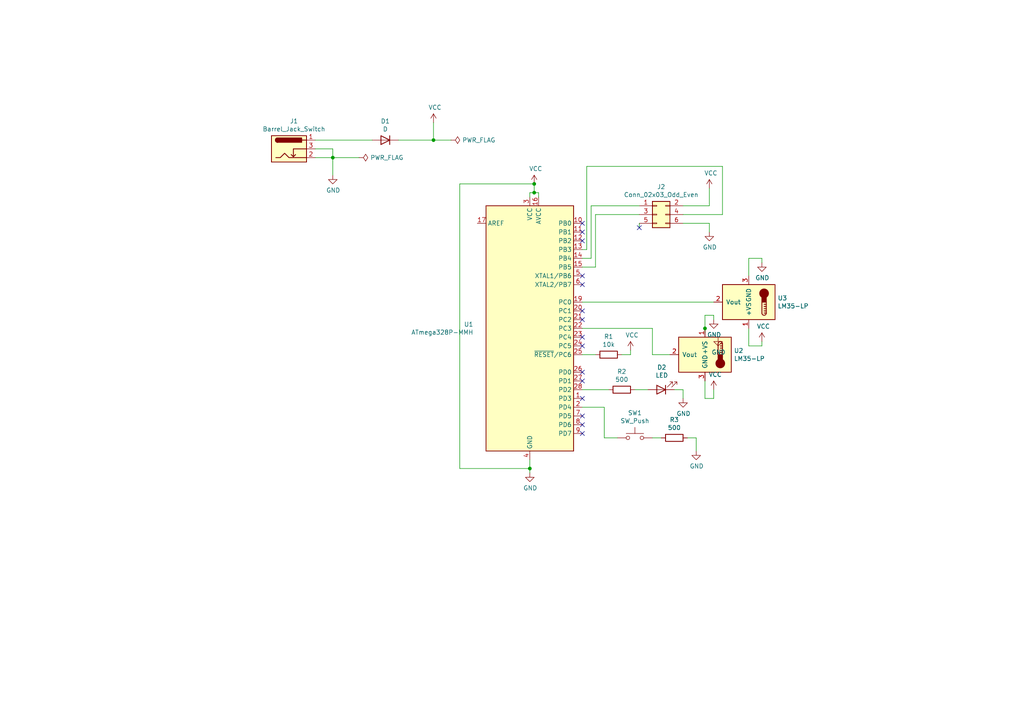
<source format=kicad_sch>
(kicad_sch (version 20211123) (generator eeschema)

  (uuid cbd8faed-e1f8-4406-87c8-58b2c504a5d4)

  (paper "A4")

  (lib_symbols
    (symbol "Connector:Barrel_Jack_Switch" (pin_names hide) (in_bom yes) (on_board yes)
      (property "Reference" "J" (id 0) (at 0 5.334 0)
        (effects (font (size 1.27 1.27)))
      )
      (property "Value" "Barrel_Jack_Switch" (id 1) (at 0 -5.08 0)
        (effects (font (size 1.27 1.27)))
      )
      (property "Footprint" "" (id 2) (at 1.27 -1.016 0)
        (effects (font (size 1.27 1.27)) hide)
      )
      (property "Datasheet" "~" (id 3) (at 1.27 -1.016 0)
        (effects (font (size 1.27 1.27)) hide)
      )
      (property "ki_keywords" "DC power barrel jack connector" (id 4) (at 0 0 0)
        (effects (font (size 1.27 1.27)) hide)
      )
      (property "ki_description" "DC Barrel Jack with an internal switch" (id 5) (at 0 0 0)
        (effects (font (size 1.27 1.27)) hide)
      )
      (property "ki_fp_filters" "BarrelJack*" (id 6) (at 0 0 0)
        (effects (font (size 1.27 1.27)) hide)
      )
      (symbol "Barrel_Jack_Switch_0_1"
        (rectangle (start -5.08 3.81) (end 5.08 -3.81)
          (stroke (width 0.254) (type default) (color 0 0 0 0))
          (fill (type background))
        )
        (arc (start -3.302 3.175) (mid -3.937 2.54) (end -3.302 1.905)
          (stroke (width 0.254) (type default) (color 0 0 0 0))
          (fill (type none))
        )
        (arc (start -3.302 3.175) (mid -3.937 2.54) (end -3.302 1.905)
          (stroke (width 0.254) (type default) (color 0 0 0 0))
          (fill (type outline))
        )
        (polyline
          (pts
            (xy 1.27 -2.286)
            (xy 1.905 -1.651)
          )
          (stroke (width 0.254) (type default) (color 0 0 0 0))
          (fill (type none))
        )
        (polyline
          (pts
            (xy 5.08 2.54)
            (xy 3.81 2.54)
          )
          (stroke (width 0.254) (type default) (color 0 0 0 0))
          (fill (type none))
        )
        (polyline
          (pts
            (xy 5.08 0)
            (xy 1.27 0)
            (xy 1.27 -2.286)
            (xy 0.635 -1.651)
          )
          (stroke (width 0.254) (type default) (color 0 0 0 0))
          (fill (type none))
        )
        (polyline
          (pts
            (xy -3.81 -2.54)
            (xy -2.54 -2.54)
            (xy -1.27 -1.27)
            (xy 0 -2.54)
            (xy 2.54 -2.54)
            (xy 5.08 -2.54)
          )
          (stroke (width 0.254) (type default) (color 0 0 0 0))
          (fill (type none))
        )
        (rectangle (start 3.683 3.175) (end -3.302 1.905)
          (stroke (width 0.254) (type default) (color 0 0 0 0))
          (fill (type outline))
        )
      )
      (symbol "Barrel_Jack_Switch_1_1"
        (pin passive line (at 7.62 2.54 180) (length 2.54)
          (name "~" (effects (font (size 1.27 1.27))))
          (number "1" (effects (font (size 1.27 1.27))))
        )
        (pin passive line (at 7.62 -2.54 180) (length 2.54)
          (name "~" (effects (font (size 1.27 1.27))))
          (number "2" (effects (font (size 1.27 1.27))))
        )
        (pin passive line (at 7.62 0 180) (length 2.54)
          (name "~" (effects (font (size 1.27 1.27))))
          (number "3" (effects (font (size 1.27 1.27))))
        )
      )
    )
    (symbol "Connector_Generic:Conn_02x03_Odd_Even" (pin_names (offset 1.016) hide) (in_bom yes) (on_board yes)
      (property "Reference" "J" (id 0) (at 1.27 5.08 0)
        (effects (font (size 1.27 1.27)))
      )
      (property "Value" "Conn_02x03_Odd_Even" (id 1) (at 1.27 -5.08 0)
        (effects (font (size 1.27 1.27)))
      )
      (property "Footprint" "" (id 2) (at 0 0 0)
        (effects (font (size 1.27 1.27)) hide)
      )
      (property "Datasheet" "~" (id 3) (at 0 0 0)
        (effects (font (size 1.27 1.27)) hide)
      )
      (property "ki_keywords" "connector" (id 4) (at 0 0 0)
        (effects (font (size 1.27 1.27)) hide)
      )
      (property "ki_description" "Generic connector, double row, 02x03, odd/even pin numbering scheme (row 1 odd numbers, row 2 even numbers), script generated (kicad-library-utils/schlib/autogen/connector/)" (id 5) (at 0 0 0)
        (effects (font (size 1.27 1.27)) hide)
      )
      (property "ki_fp_filters" "Connector*:*_2x??_*" (id 6) (at 0 0 0)
        (effects (font (size 1.27 1.27)) hide)
      )
      (symbol "Conn_02x03_Odd_Even_1_1"
        (rectangle (start -1.27 -2.413) (end 0 -2.667)
          (stroke (width 0.1524) (type default) (color 0 0 0 0))
          (fill (type none))
        )
        (rectangle (start -1.27 0.127) (end 0 -0.127)
          (stroke (width 0.1524) (type default) (color 0 0 0 0))
          (fill (type none))
        )
        (rectangle (start -1.27 2.667) (end 0 2.413)
          (stroke (width 0.1524) (type default) (color 0 0 0 0))
          (fill (type none))
        )
        (rectangle (start -1.27 3.81) (end 3.81 -3.81)
          (stroke (width 0.254) (type default) (color 0 0 0 0))
          (fill (type background))
        )
        (rectangle (start 3.81 -2.413) (end 2.54 -2.667)
          (stroke (width 0.1524) (type default) (color 0 0 0 0))
          (fill (type none))
        )
        (rectangle (start 3.81 0.127) (end 2.54 -0.127)
          (stroke (width 0.1524) (type default) (color 0 0 0 0))
          (fill (type none))
        )
        (rectangle (start 3.81 2.667) (end 2.54 2.413)
          (stroke (width 0.1524) (type default) (color 0 0 0 0))
          (fill (type none))
        )
        (pin passive line (at -5.08 2.54 0) (length 3.81)
          (name "Pin_1" (effects (font (size 1.27 1.27))))
          (number "1" (effects (font (size 1.27 1.27))))
        )
        (pin passive line (at 7.62 2.54 180) (length 3.81)
          (name "Pin_2" (effects (font (size 1.27 1.27))))
          (number "2" (effects (font (size 1.27 1.27))))
        )
        (pin passive line (at -5.08 0 0) (length 3.81)
          (name "Pin_3" (effects (font (size 1.27 1.27))))
          (number "3" (effects (font (size 1.27 1.27))))
        )
        (pin passive line (at 7.62 0 180) (length 3.81)
          (name "Pin_4" (effects (font (size 1.27 1.27))))
          (number "4" (effects (font (size 1.27 1.27))))
        )
        (pin passive line (at -5.08 -2.54 0) (length 3.81)
          (name "Pin_5" (effects (font (size 1.27 1.27))))
          (number "5" (effects (font (size 1.27 1.27))))
        )
        (pin passive line (at 7.62 -2.54 180) (length 3.81)
          (name "Pin_6" (effects (font (size 1.27 1.27))))
          (number "6" (effects (font (size 1.27 1.27))))
        )
      )
    )
    (symbol "Device:D" (pin_numbers hide) (pin_names (offset 1.016) hide) (in_bom yes) (on_board yes)
      (property "Reference" "D" (id 0) (at 0 2.54 0)
        (effects (font (size 1.27 1.27)))
      )
      (property "Value" "D" (id 1) (at 0 -2.54 0)
        (effects (font (size 1.27 1.27)))
      )
      (property "Footprint" "" (id 2) (at 0 0 0)
        (effects (font (size 1.27 1.27)) hide)
      )
      (property "Datasheet" "~" (id 3) (at 0 0 0)
        (effects (font (size 1.27 1.27)) hide)
      )
      (property "ki_keywords" "diode" (id 4) (at 0 0 0)
        (effects (font (size 1.27 1.27)) hide)
      )
      (property "ki_description" "Diode" (id 5) (at 0 0 0)
        (effects (font (size 1.27 1.27)) hide)
      )
      (property "ki_fp_filters" "TO-???* *_Diode_* *SingleDiode* D_*" (id 6) (at 0 0 0)
        (effects (font (size 1.27 1.27)) hide)
      )
      (symbol "D_0_1"
        (polyline
          (pts
            (xy -1.27 1.27)
            (xy -1.27 -1.27)
          )
          (stroke (width 0.254) (type default) (color 0 0 0 0))
          (fill (type none))
        )
        (polyline
          (pts
            (xy 1.27 0)
            (xy -1.27 0)
          )
          (stroke (width 0) (type default) (color 0 0 0 0))
          (fill (type none))
        )
        (polyline
          (pts
            (xy 1.27 1.27)
            (xy 1.27 -1.27)
            (xy -1.27 0)
            (xy 1.27 1.27)
          )
          (stroke (width 0.254) (type default) (color 0 0 0 0))
          (fill (type none))
        )
      )
      (symbol "D_1_1"
        (pin passive line (at -3.81 0 0) (length 2.54)
          (name "K" (effects (font (size 1.27 1.27))))
          (number "1" (effects (font (size 1.27 1.27))))
        )
        (pin passive line (at 3.81 0 180) (length 2.54)
          (name "A" (effects (font (size 1.27 1.27))))
          (number "2" (effects (font (size 1.27 1.27))))
        )
      )
    )
    (symbol "Device:LED" (pin_numbers hide) (pin_names (offset 1.016) hide) (in_bom yes) (on_board yes)
      (property "Reference" "D" (id 0) (at 0 2.54 0)
        (effects (font (size 1.27 1.27)))
      )
      (property "Value" "LED" (id 1) (at 0 -2.54 0)
        (effects (font (size 1.27 1.27)))
      )
      (property "Footprint" "" (id 2) (at 0 0 0)
        (effects (font (size 1.27 1.27)) hide)
      )
      (property "Datasheet" "~" (id 3) (at 0 0 0)
        (effects (font (size 1.27 1.27)) hide)
      )
      (property "ki_keywords" "LED diode" (id 4) (at 0 0 0)
        (effects (font (size 1.27 1.27)) hide)
      )
      (property "ki_description" "Light emitting diode" (id 5) (at 0 0 0)
        (effects (font (size 1.27 1.27)) hide)
      )
      (property "ki_fp_filters" "LED* LED_SMD:* LED_THT:*" (id 6) (at 0 0 0)
        (effects (font (size 1.27 1.27)) hide)
      )
      (symbol "LED_0_1"
        (polyline
          (pts
            (xy -1.27 -1.27)
            (xy -1.27 1.27)
          )
          (stroke (width 0.254) (type default) (color 0 0 0 0))
          (fill (type none))
        )
        (polyline
          (pts
            (xy -1.27 0)
            (xy 1.27 0)
          )
          (stroke (width 0) (type default) (color 0 0 0 0))
          (fill (type none))
        )
        (polyline
          (pts
            (xy 1.27 -1.27)
            (xy 1.27 1.27)
            (xy -1.27 0)
            (xy 1.27 -1.27)
          )
          (stroke (width 0.254) (type default) (color 0 0 0 0))
          (fill (type none))
        )
        (polyline
          (pts
            (xy -3.048 -0.762)
            (xy -4.572 -2.286)
            (xy -3.81 -2.286)
            (xy -4.572 -2.286)
            (xy -4.572 -1.524)
          )
          (stroke (width 0) (type default) (color 0 0 0 0))
          (fill (type none))
        )
        (polyline
          (pts
            (xy -1.778 -0.762)
            (xy -3.302 -2.286)
            (xy -2.54 -2.286)
            (xy -3.302 -2.286)
            (xy -3.302 -1.524)
          )
          (stroke (width 0) (type default) (color 0 0 0 0))
          (fill (type none))
        )
      )
      (symbol "LED_1_1"
        (pin passive line (at -3.81 0 0) (length 2.54)
          (name "K" (effects (font (size 1.27 1.27))))
          (number "1" (effects (font (size 1.27 1.27))))
        )
        (pin passive line (at 3.81 0 180) (length 2.54)
          (name "A" (effects (font (size 1.27 1.27))))
          (number "2" (effects (font (size 1.27 1.27))))
        )
      )
    )
    (symbol "Device:R" (pin_numbers hide) (pin_names (offset 0)) (in_bom yes) (on_board yes)
      (property "Reference" "R" (id 0) (at 2.032 0 90)
        (effects (font (size 1.27 1.27)))
      )
      (property "Value" "R" (id 1) (at 0 0 90)
        (effects (font (size 1.27 1.27)))
      )
      (property "Footprint" "" (id 2) (at -1.778 0 90)
        (effects (font (size 1.27 1.27)) hide)
      )
      (property "Datasheet" "~" (id 3) (at 0 0 0)
        (effects (font (size 1.27 1.27)) hide)
      )
      (property "ki_keywords" "R res resistor" (id 4) (at 0 0 0)
        (effects (font (size 1.27 1.27)) hide)
      )
      (property "ki_description" "Resistor" (id 5) (at 0 0 0)
        (effects (font (size 1.27 1.27)) hide)
      )
      (property "ki_fp_filters" "R_*" (id 6) (at 0 0 0)
        (effects (font (size 1.27 1.27)) hide)
      )
      (symbol "R_0_1"
        (rectangle (start -1.016 -2.54) (end 1.016 2.54)
          (stroke (width 0.254) (type default) (color 0 0 0 0))
          (fill (type none))
        )
      )
      (symbol "R_1_1"
        (pin passive line (at 0 3.81 270) (length 1.27)
          (name "~" (effects (font (size 1.27 1.27))))
          (number "1" (effects (font (size 1.27 1.27))))
        )
        (pin passive line (at 0 -3.81 90) (length 1.27)
          (name "~" (effects (font (size 1.27 1.27))))
          (number "2" (effects (font (size 1.27 1.27))))
        )
      )
    )
    (symbol "MCU_Microchip_ATmega:ATmega328P-MMH" (in_bom yes) (on_board yes)
      (property "Reference" "U" (id 0) (at -12.7 36.83 0)
        (effects (font (size 1.27 1.27)) (justify left bottom))
      )
      (property "Value" "MCU_Microchip_ATmega_ATmega328P-MMH" (id 1) (at 2.54 -36.83 0)
        (effects (font (size 1.27 1.27)) (justify left top))
      )
      (property "Footprint" "Package_DFN_QFN:QFN-28-1EP_4x4mm_P0.45mm_EP2.4x2.4mm" (id 2) (at 0 0 0)
        (effects (font (size 1.27 1.27) italic) hide)
      )
      (property "Datasheet" "" (id 3) (at 0 0 0)
        (effects (font (size 1.27 1.27)) hide)
      )
      (property "ki_fp_filters" "QFN*1EP*4x4mm*P0.45mm*" (id 4) (at 0 0 0)
        (effects (font (size 1.27 1.27)) hide)
      )
      (symbol "ATmega328P-MMH_0_1"
        (rectangle (start -12.7 -35.56) (end 12.7 35.56)
          (stroke (width 0.254) (type default) (color 0 0 0 0))
          (fill (type background))
        )
      )
      (symbol "ATmega328P-MMH_1_1"
        (pin tri_state line (at 15.24 -20.32 180) (length 2.54)
          (name "PD3" (effects (font (size 1.27 1.27))))
          (number "1" (effects (font (size 1.27 1.27))))
        )
        (pin tri_state line (at 15.24 30.48 180) (length 2.54)
          (name "PB0" (effects (font (size 1.27 1.27))))
          (number "10" (effects (font (size 1.27 1.27))))
        )
        (pin tri_state line (at 15.24 27.94 180) (length 2.54)
          (name "PB1" (effects (font (size 1.27 1.27))))
          (number "11" (effects (font (size 1.27 1.27))))
        )
        (pin tri_state line (at 15.24 25.4 180) (length 2.54)
          (name "PB2" (effects (font (size 1.27 1.27))))
          (number "12" (effects (font (size 1.27 1.27))))
        )
        (pin tri_state line (at 15.24 22.86 180) (length 2.54)
          (name "PB3" (effects (font (size 1.27 1.27))))
          (number "13" (effects (font (size 1.27 1.27))))
        )
        (pin tri_state line (at 15.24 20.32 180) (length 2.54)
          (name "PB4" (effects (font (size 1.27 1.27))))
          (number "14" (effects (font (size 1.27 1.27))))
        )
        (pin tri_state line (at 15.24 17.78 180) (length 2.54)
          (name "PB5" (effects (font (size 1.27 1.27))))
          (number "15" (effects (font (size 1.27 1.27))))
        )
        (pin power_in line (at 2.54 38.1 270) (length 2.54)
          (name "AVCC" (effects (font (size 1.27 1.27))))
          (number "16" (effects (font (size 1.27 1.27))))
        )
        (pin passive line (at -15.24 30.48 0) (length 2.54)
          (name "AREF" (effects (font (size 1.27 1.27))))
          (number "17" (effects (font (size 1.27 1.27))))
        )
        (pin passive line (at 0 -38.1 90) (length 2.54) hide
          (name "GND" (effects (font (size 1.27 1.27))))
          (number "18" (effects (font (size 1.27 1.27))))
        )
        (pin tri_state line (at 15.24 7.62 180) (length 2.54)
          (name "PC0" (effects (font (size 1.27 1.27))))
          (number "19" (effects (font (size 1.27 1.27))))
        )
        (pin tri_state line (at 15.24 -22.86 180) (length 2.54)
          (name "PD4" (effects (font (size 1.27 1.27))))
          (number "2" (effects (font (size 1.27 1.27))))
        )
        (pin tri_state line (at 15.24 5.08 180) (length 2.54)
          (name "PC1" (effects (font (size 1.27 1.27))))
          (number "20" (effects (font (size 1.27 1.27))))
        )
        (pin tri_state line (at 15.24 2.54 180) (length 2.54)
          (name "PC2" (effects (font (size 1.27 1.27))))
          (number "21" (effects (font (size 1.27 1.27))))
        )
        (pin tri_state line (at 15.24 0 180) (length 2.54)
          (name "PC3" (effects (font (size 1.27 1.27))))
          (number "22" (effects (font (size 1.27 1.27))))
        )
        (pin tri_state line (at 15.24 -2.54 180) (length 2.54)
          (name "PC4" (effects (font (size 1.27 1.27))))
          (number "23" (effects (font (size 1.27 1.27))))
        )
        (pin tri_state line (at 15.24 -5.08 180) (length 2.54)
          (name "PC5" (effects (font (size 1.27 1.27))))
          (number "24" (effects (font (size 1.27 1.27))))
        )
        (pin tri_state line (at 15.24 -7.62 180) (length 2.54)
          (name "~{RESET}/PC6" (effects (font (size 1.27 1.27))))
          (number "25" (effects (font (size 1.27 1.27))))
        )
        (pin tri_state line (at 15.24 -12.7 180) (length 2.54)
          (name "PD0" (effects (font (size 1.27 1.27))))
          (number "26" (effects (font (size 1.27 1.27))))
        )
        (pin tri_state line (at 15.24 -15.24 180) (length 2.54)
          (name "PD1" (effects (font (size 1.27 1.27))))
          (number "27" (effects (font (size 1.27 1.27))))
        )
        (pin tri_state line (at 15.24 -17.78 180) (length 2.54)
          (name "PD2" (effects (font (size 1.27 1.27))))
          (number "28" (effects (font (size 1.27 1.27))))
        )
        (pin passive line (at 0 -38.1 90) (length 2.54) hide
          (name "GND" (effects (font (size 1.27 1.27))))
          (number "29" (effects (font (size 1.27 1.27))))
        )
        (pin power_in line (at 0 38.1 270) (length 2.54)
          (name "VCC" (effects (font (size 1.27 1.27))))
          (number "3" (effects (font (size 1.27 1.27))))
        )
        (pin power_in line (at 0 -38.1 90) (length 2.54)
          (name "GND" (effects (font (size 1.27 1.27))))
          (number "4" (effects (font (size 1.27 1.27))))
        )
        (pin tri_state line (at 15.24 15.24 180) (length 2.54)
          (name "XTAL1/PB6" (effects (font (size 1.27 1.27))))
          (number "5" (effects (font (size 1.27 1.27))))
        )
        (pin tri_state line (at 15.24 12.7 180) (length 2.54)
          (name "XTAL2/PB7" (effects (font (size 1.27 1.27))))
          (number "6" (effects (font (size 1.27 1.27))))
        )
        (pin tri_state line (at 15.24 -25.4 180) (length 2.54)
          (name "PD5" (effects (font (size 1.27 1.27))))
          (number "7" (effects (font (size 1.27 1.27))))
        )
        (pin tri_state line (at 15.24 -27.94 180) (length 2.54)
          (name "PD6" (effects (font (size 1.27 1.27))))
          (number "8" (effects (font (size 1.27 1.27))))
        )
        (pin tri_state line (at 15.24 -30.48 180) (length 2.54)
          (name "PD7" (effects (font (size 1.27 1.27))))
          (number "9" (effects (font (size 1.27 1.27))))
        )
      )
    )
    (symbol "Sensor_Temperature:LM35-LP" (pin_names (offset 1.016)) (in_bom yes) (on_board yes)
      (property "Reference" "U" (id 0) (at -6.35 6.35 0)
        (effects (font (size 1.27 1.27)))
      )
      (property "Value" "LM35-LP" (id 1) (at 1.27 6.35 0)
        (effects (font (size 1.27 1.27)) (justify left))
      )
      (property "Footprint" "" (id 2) (at 1.27 -6.35 0)
        (effects (font (size 1.27 1.27)) (justify left) hide)
      )
      (property "Datasheet" "http://www.ti.com/lit/ds/symlink/lm35.pdf" (id 3) (at 0 0 0)
        (effects (font (size 1.27 1.27)) hide)
      )
      (property "ki_keywords" "temperature sensor thermistor" (id 4) (at 0 0 0)
        (effects (font (size 1.27 1.27)) hide)
      )
      (property "ki_description" "Precision centigrade temperature sensor, TO-92" (id 5) (at 0 0 0)
        (effects (font (size 1.27 1.27)) hide)
      )
      (property "ki_fp_filters" "TO?92*" (id 6) (at 0 0 0)
        (effects (font (size 1.27 1.27)) hide)
      )
      (symbol "LM35-LP_0_1"
        (rectangle (start -7.62 5.08) (end 7.62 -5.08)
          (stroke (width 0.254) (type default) (color 0 0 0 0))
          (fill (type background))
        )
        (circle (center -4.445 -2.54) (radius 1.27)
          (stroke (width 0.254) (type default) (color 0 0 0 0))
          (fill (type outline))
        )
        (rectangle (start -3.81 -1.905) (end -5.08 0)
          (stroke (width 0.254) (type default) (color 0 0 0 0))
          (fill (type outline))
        )
        (arc (start -3.81 3.175) (mid -4.445 3.81) (end -5.08 3.175)
          (stroke (width 0.254) (type default) (color 0 0 0 0))
          (fill (type none))
        )
        (polyline
          (pts
            (xy -5.08 0.635)
            (xy -4.445 0.635)
          )
          (stroke (width 0.254) (type default) (color 0 0 0 0))
          (fill (type none))
        )
        (polyline
          (pts
            (xy -5.08 1.27)
            (xy -4.445 1.27)
          )
          (stroke (width 0.254) (type default) (color 0 0 0 0))
          (fill (type none))
        )
        (polyline
          (pts
            (xy -5.08 1.905)
            (xy -4.445 1.905)
          )
          (stroke (width 0.254) (type default) (color 0 0 0 0))
          (fill (type none))
        )
        (polyline
          (pts
            (xy -5.08 2.54)
            (xy -4.445 2.54)
          )
          (stroke (width 0.254) (type default) (color 0 0 0 0))
          (fill (type none))
        )
        (polyline
          (pts
            (xy -5.08 3.175)
            (xy -5.08 0)
          )
          (stroke (width 0.254) (type default) (color 0 0 0 0))
          (fill (type none))
        )
        (polyline
          (pts
            (xy -5.08 3.175)
            (xy -4.445 3.175)
          )
          (stroke (width 0.254) (type default) (color 0 0 0 0))
          (fill (type none))
        )
        (polyline
          (pts
            (xy -3.81 3.175)
            (xy -3.81 0)
          )
          (stroke (width 0.254) (type default) (color 0 0 0 0))
          (fill (type none))
        )
      )
      (symbol "LM35-LP_1_1"
        (pin power_in line (at 0 7.62 270) (length 2.54)
          (name "+VS" (effects (font (size 1.27 1.27))))
          (number "1" (effects (font (size 1.27 1.27))))
        )
        (pin output line (at 10.16 0 180) (length 2.54)
          (name "Vout" (effects (font (size 1.27 1.27))))
          (number "2" (effects (font (size 1.27 1.27))))
        )
        (pin power_in line (at 0 -7.62 90) (length 2.54)
          (name "GND" (effects (font (size 1.27 1.27))))
          (number "3" (effects (font (size 1.27 1.27))))
        )
      )
    )
    (symbol "Switch:SW_Push" (pin_numbers hide) (pin_names (offset 1.016) hide) (in_bom yes) (on_board yes)
      (property "Reference" "SW" (id 0) (at 1.27 2.54 0)
        (effects (font (size 1.27 1.27)) (justify left))
      )
      (property "Value" "SW_Push" (id 1) (at 0 -1.524 0)
        (effects (font (size 1.27 1.27)))
      )
      (property "Footprint" "" (id 2) (at 0 5.08 0)
        (effects (font (size 1.27 1.27)) hide)
      )
      (property "Datasheet" "~" (id 3) (at 0 5.08 0)
        (effects (font (size 1.27 1.27)) hide)
      )
      (property "ki_keywords" "switch normally-open pushbutton push-button" (id 4) (at 0 0 0)
        (effects (font (size 1.27 1.27)) hide)
      )
      (property "ki_description" "Push button switch, generic, two pins" (id 5) (at 0 0 0)
        (effects (font (size 1.27 1.27)) hide)
      )
      (symbol "SW_Push_0_1"
        (circle (center -2.032 0) (radius 0.508)
          (stroke (width 0) (type default) (color 0 0 0 0))
          (fill (type none))
        )
        (polyline
          (pts
            (xy 0 1.27)
            (xy 0 3.048)
          )
          (stroke (width 0) (type default) (color 0 0 0 0))
          (fill (type none))
        )
        (polyline
          (pts
            (xy 2.54 1.27)
            (xy -2.54 1.27)
          )
          (stroke (width 0) (type default) (color 0 0 0 0))
          (fill (type none))
        )
        (circle (center 2.032 0) (radius 0.508)
          (stroke (width 0) (type default) (color 0 0 0 0))
          (fill (type none))
        )
        (pin passive line (at -5.08 0 0) (length 2.54)
          (name "1" (effects (font (size 1.27 1.27))))
          (number "1" (effects (font (size 1.27 1.27))))
        )
        (pin passive line (at 5.08 0 180) (length 2.54)
          (name "2" (effects (font (size 1.27 1.27))))
          (number "2" (effects (font (size 1.27 1.27))))
        )
      )
    )
    (symbol "power:GND" (power) (pin_names (offset 0)) (in_bom yes) (on_board yes)
      (property "Reference" "#PWR" (id 0) (at 0 -6.35 0)
        (effects (font (size 1.27 1.27)) hide)
      )
      (property "Value" "GND" (id 1) (at 0 -3.81 0)
        (effects (font (size 1.27 1.27)))
      )
      (property "Footprint" "" (id 2) (at 0 0 0)
        (effects (font (size 1.27 1.27)) hide)
      )
      (property "Datasheet" "" (id 3) (at 0 0 0)
        (effects (font (size 1.27 1.27)) hide)
      )
      (property "ki_keywords" "power-flag" (id 4) (at 0 0 0)
        (effects (font (size 1.27 1.27)) hide)
      )
      (property "ki_description" "Power symbol creates a global label with name \"GND\" , ground" (id 5) (at 0 0 0)
        (effects (font (size 1.27 1.27)) hide)
      )
      (symbol "GND_0_1"
        (polyline
          (pts
            (xy 0 0)
            (xy 0 -1.27)
            (xy 1.27 -1.27)
            (xy 0 -2.54)
            (xy -1.27 -1.27)
            (xy 0 -1.27)
          )
          (stroke (width 0) (type default) (color 0 0 0 0))
          (fill (type none))
        )
      )
      (symbol "GND_1_1"
        (pin power_in line (at 0 0 270) (length 0) hide
          (name "GND" (effects (font (size 1.27 1.27))))
          (number "1" (effects (font (size 1.27 1.27))))
        )
      )
    )
    (symbol "power:PWR_FLAG" (power) (pin_numbers hide) (pin_names (offset 0) hide) (in_bom yes) (on_board yes)
      (property "Reference" "#FLG" (id 0) (at 0 1.905 0)
        (effects (font (size 1.27 1.27)) hide)
      )
      (property "Value" "PWR_FLAG" (id 1) (at 0 3.81 0)
        (effects (font (size 1.27 1.27)))
      )
      (property "Footprint" "" (id 2) (at 0 0 0)
        (effects (font (size 1.27 1.27)) hide)
      )
      (property "Datasheet" "~" (id 3) (at 0 0 0)
        (effects (font (size 1.27 1.27)) hide)
      )
      (property "ki_keywords" "power-flag" (id 4) (at 0 0 0)
        (effects (font (size 1.27 1.27)) hide)
      )
      (property "ki_description" "Special symbol for telling ERC where power comes from" (id 5) (at 0 0 0)
        (effects (font (size 1.27 1.27)) hide)
      )
      (symbol "PWR_FLAG_0_0"
        (pin power_out line (at 0 0 90) (length 0)
          (name "pwr" (effects (font (size 1.27 1.27))))
          (number "1" (effects (font (size 1.27 1.27))))
        )
      )
      (symbol "PWR_FLAG_0_1"
        (polyline
          (pts
            (xy 0 0)
            (xy 0 1.27)
            (xy -1.016 1.905)
            (xy 0 2.54)
            (xy 1.016 1.905)
            (xy 0 1.27)
          )
          (stroke (width 0) (type default) (color 0 0 0 0))
          (fill (type none))
        )
      )
    )
    (symbol "power:VCC" (power) (pin_names (offset 0)) (in_bom yes) (on_board yes)
      (property "Reference" "#PWR" (id 0) (at 0 -3.81 0)
        (effects (font (size 1.27 1.27)) hide)
      )
      (property "Value" "VCC" (id 1) (at 0 3.81 0)
        (effects (font (size 1.27 1.27)))
      )
      (property "Footprint" "" (id 2) (at 0 0 0)
        (effects (font (size 1.27 1.27)) hide)
      )
      (property "Datasheet" "" (id 3) (at 0 0 0)
        (effects (font (size 1.27 1.27)) hide)
      )
      (property "ki_keywords" "power-flag" (id 4) (at 0 0 0)
        (effects (font (size 1.27 1.27)) hide)
      )
      (property "ki_description" "Power symbol creates a global label with name \"VCC\"" (id 5) (at 0 0 0)
        (effects (font (size 1.27 1.27)) hide)
      )
      (symbol "VCC_0_1"
        (polyline
          (pts
            (xy -0.762 1.27)
            (xy 0 2.54)
          )
          (stroke (width 0) (type default) (color 0 0 0 0))
          (fill (type none))
        )
        (polyline
          (pts
            (xy 0 0)
            (xy 0 2.54)
          )
          (stroke (width 0) (type default) (color 0 0 0 0))
          (fill (type none))
        )
        (polyline
          (pts
            (xy 0 2.54)
            (xy 0.762 1.27)
          )
          (stroke (width 0) (type default) (color 0 0 0 0))
          (fill (type none))
        )
      )
      (symbol "VCC_1_1"
        (pin power_in line (at 0 0 90) (length 0) hide
          (name "VCC" (effects (font (size 1.27 1.27))))
          (number "1" (effects (font (size 1.27 1.27))))
        )
      )
    )
  )

  (junction (at 96.52 45.72) (diameter 0) (color 0 0 0 0)
    (uuid 60dcd1fe-7079-4cb8-b509-04558ccf5097)
  )
  (junction (at 154.94 53.34) (diameter 0) (color 0 0 0 0)
    (uuid 639c0e59-e95c-4114-bccd-2e7277505454)
  )
  (junction (at 125.73 40.64) (diameter 0) (color 0 0 0 0)
    (uuid 6d26d68f-1ca7-4ff3-b058-272f1c399047)
  )
  (junction (at 204.47 95.25) (diameter 0) (color 0 0 0 0)
    (uuid 9cb12cc8-7f1a-4a01-9256-c119f11a8a02)
  )
  (junction (at 154.94 55.88) (diameter 0) (color 0 0 0 0)
    (uuid a15a7506-eae4-4933-84da-9ad754258706)
  )
  (junction (at 153.67 135.89) (diameter 0) (color 0 0 0 0)
    (uuid b1c649b1-f44d-46c7-9dea-818e75a1b87e)
  )

  (no_connect (at 168.91 115.57) (uuid 22999e73-da32-43a5-9163-4b3a41614f25))
  (no_connect (at 168.91 82.55) (uuid 262f1ea9-0133-4b43-be36-456207ea857c))
  (no_connect (at 168.91 125.73) (uuid 40b14a16-fb82-4b9d-89dd-55cd98abb5cc))
  (no_connect (at 168.91 67.31) (uuid 576c6616-e95d-4f1e-8ead-dea30fcdc8c2))
  (no_connect (at 168.91 97.79) (uuid 5edcefbe-9766-42c8-9529-28d0ec865573))
  (no_connect (at 168.91 123.19) (uuid 658dad07-97fd-466c-8b49-21892ac96ea4))
  (no_connect (at 168.91 120.65) (uuid 6e68f0cd-800e-4167-9553-71fc59da1eeb))
  (no_connect (at 185.42 66.04) (uuid 6fd4442e-30b3-428b-9306-61418a63d311))
  (no_connect (at 168.91 92.71) (uuid 721d1be9-236e-470b-ba69-f1cc6c43faf9))
  (no_connect (at 168.91 64.77) (uuid 7b044939-8c4d-444f-b9e0-a15fcdeb5a86))
  (no_connect (at 168.91 107.95) (uuid 81a15393-727e-448b-a777-b18773023d89))
  (no_connect (at 168.91 69.85) (uuid 89e83c2e-e90a-4a50-b278-880bac0cfb49))
  (no_connect (at 168.91 110.49) (uuid a4f86a46-3bc8-4daa-9125-a63f297eb114))
  (no_connect (at 168.91 80.01) (uuid a5e521b9-814e-4853-a5ac-f158785c6269))
  (no_connect (at 168.91 90.17) (uuid c1c799a0-3c93-493a-9ad7-8a0561bc69ee))
  (no_connect (at 168.91 100.33) (uuid ec5c2062-3a41-4636-8803-069e60a1641a))

  (wire (pts (xy 172.72 77.47) (xy 168.91 77.47))
    (stroke (width 0) (type default) (color 0 0 0 0))
    (uuid 0325ec43-0390-4ae2-b055-b1ec6ce17b1c)
  )
  (wire (pts (xy 220.98 74.93) (xy 220.98 76.2))
    (stroke (width 0) (type default) (color 0 0 0 0))
    (uuid 0351df45-d042-41d4-ba35-88092c7be2fc)
  )
  (wire (pts (xy 185.42 62.23) (xy 172.72 62.23))
    (stroke (width 0) (type default) (color 0 0 0 0))
    (uuid 057af6bb-cf6f-4bfb-b0c0-2e92a2c09a47)
  )
  (wire (pts (xy 91.44 43.18) (xy 96.52 43.18))
    (stroke (width 0) (type default) (color 0 0 0 0))
    (uuid 0755aee5-bc01-4cb5-b830-583289df50a3)
  )
  (wire (pts (xy 198.12 64.77) (xy 205.74 64.77))
    (stroke (width 0) (type default) (color 0 0 0 0))
    (uuid 0ce8d3ab-2662-4158-8a2a-18b782908fc5)
  )
  (wire (pts (xy 185.42 59.69) (xy 171.45 59.69))
    (stroke (width 0) (type default) (color 0 0 0 0))
    (uuid 173f6f06-e7d0-42ac-ab03-ce6b79b9eeee)
  )
  (wire (pts (xy 205.74 64.77) (xy 205.74 67.31))
    (stroke (width 0) (type default) (color 0 0 0 0))
    (uuid 29195ea4-8218-44a1-b4bf-466bee0082e4)
  )
  (wire (pts (xy 205.74 59.69) (xy 205.74 54.61))
    (stroke (width 0) (type default) (color 0 0 0 0))
    (uuid 29e058a7-50a3-43e5-81c3-bfee53da08be)
  )
  (wire (pts (xy 217.17 95.25) (xy 217.17 100.33))
    (stroke (width 0) (type default) (color 0 0 0 0))
    (uuid 2d67a417-188f-4014-9282-000265d80009)
  )
  (wire (pts (xy 209.55 62.23) (xy 198.12 62.23))
    (stroke (width 0) (type default) (color 0 0 0 0))
    (uuid 2e842263-c0ba-46fd-a760-6624d4c78278)
  )
  (wire (pts (xy 170.18 48.26) (xy 209.55 48.26))
    (stroke (width 0) (type default) (color 0 0 0 0))
    (uuid 309b3bff-19c8-41ec-a84d-63399c649f46)
  )
  (wire (pts (xy 198.12 59.69) (xy 205.74 59.69))
    (stroke (width 0) (type default) (color 0 0 0 0))
    (uuid 3fd54105-4b7e-4004-9801-76ec66108a22)
  )
  (wire (pts (xy 156.21 57.15) (xy 156.21 55.88))
    (stroke (width 0) (type default) (color 0 0 0 0))
    (uuid 40976bf0-19de-460f-ad64-224d4f51e16b)
  )
  (wire (pts (xy 171.45 59.69) (xy 171.45 74.93))
    (stroke (width 0) (type default) (color 0 0 0 0))
    (uuid 4632212f-13ce-4392-bc68-ccb9ba333770)
  )
  (wire (pts (xy 220.98 100.33) (xy 220.98 99.06))
    (stroke (width 0) (type default) (color 0 0 0 0))
    (uuid 477311b9-8f81-40c8-9c55-fd87e287247a)
  )
  (wire (pts (xy 96.52 43.18) (xy 96.52 45.72))
    (stroke (width 0) (type default) (color 0 0 0 0))
    (uuid 4a21e717-d46d-4d9e-8b98-af4ecb02d3ec)
  )
  (wire (pts (xy 204.47 115.57) (xy 207.01 115.57))
    (stroke (width 0) (type default) (color 0 0 0 0))
    (uuid 57c0c267-8bf9-4cc7-b734-d71a239ac313)
  )
  (wire (pts (xy 175.26 127) (xy 179.07 127))
    (stroke (width 0) (type default) (color 0 0 0 0))
    (uuid 5b34a16c-5a14-4291-8242-ea6d6ac54372)
  )
  (wire (pts (xy 204.47 91.44) (xy 207.01 91.44))
    (stroke (width 0) (type default) (color 0 0 0 0))
    (uuid 5bcace5d-edd0-4e19-92d0-835e43cf8eb2)
  )
  (wire (pts (xy 207.01 115.57) (xy 207.01 113.03))
    (stroke (width 0) (type default) (color 0 0 0 0))
    (uuid 5ca4be1c-537e-4a4a-b344-d0c8ffde8546)
  )
  (wire (pts (xy 198.12 113.03) (xy 198.12 115.57))
    (stroke (width 0) (type default) (color 0 0 0 0))
    (uuid 65134029-dbd2-409a-85a8-13c2a33ff019)
  )
  (wire (pts (xy 168.91 102.87) (xy 172.72 102.87))
    (stroke (width 0) (type default) (color 0 0 0 0))
    (uuid 6595b9c7-02ee-4647-bde5-6b566e35163e)
  )
  (wire (pts (xy 168.91 87.63) (xy 207.01 87.63))
    (stroke (width 0) (type default) (color 0 0 0 0))
    (uuid 676efd2f-1c48-4786-9e4b-2444f1e8f6ff)
  )
  (wire (pts (xy 168.91 118.11) (xy 175.26 118.11))
    (stroke (width 0) (type default) (color 0 0 0 0))
    (uuid 6781326c-6e0d-4753-8f28-0f5c687e01f9)
  )
  (wire (pts (xy 153.67 133.35) (xy 153.67 135.89))
    (stroke (width 0) (type default) (color 0 0 0 0))
    (uuid 68877d35-b796-44db-9124-b8e744e7412e)
  )
  (wire (pts (xy 204.47 91.44) (xy 204.47 95.25))
    (stroke (width 0) (type default) (color 0 0 0 0))
    (uuid 6ec113ca-7d27-4b14-a180-1e5e2fd1c167)
  )
  (wire (pts (xy 182.88 102.87) (xy 182.88 101.6))
    (stroke (width 0) (type default) (color 0 0 0 0))
    (uuid 770ad51a-7219-4633-b24a-bd20feb0a6c5)
  )
  (wire (pts (xy 204.47 95.25) (xy 204.47 96.52))
    (stroke (width 0) (type default) (color 0 0 0 0))
    (uuid 7cee474b-af8f-4832-b07a-c43c1ab0b464)
  )
  (wire (pts (xy 184.15 113.03) (xy 187.96 113.03))
    (stroke (width 0) (type default) (color 0 0 0 0))
    (uuid 8087f566-a94d-4bbc-985b-e49ee7762296)
  )
  (wire (pts (xy 189.23 127) (xy 191.77 127))
    (stroke (width 0) (type default) (color 0 0 0 0))
    (uuid 814763c2-92e5-4a2c-941c-9bbd073f6e87)
  )
  (wire (pts (xy 201.93 127) (xy 201.93 130.81))
    (stroke (width 0) (type default) (color 0 0 0 0))
    (uuid 82be7aae-5d06-4178-8c3e-98760c41b054)
  )
  (wire (pts (xy 217.17 100.33) (xy 220.98 100.33))
    (stroke (width 0) (type default) (color 0 0 0 0))
    (uuid 84e5506c-143e-495f-9aa4-d3a71622f213)
  )
  (wire (pts (xy 204.47 110.49) (xy 204.47 115.57))
    (stroke (width 0) (type default) (color 0 0 0 0))
    (uuid 853ee787-6e2c-4f32-bc75-6c17337dd3d5)
  )
  (wire (pts (xy 209.55 48.26) (xy 209.55 62.23))
    (stroke (width 0) (type default) (color 0 0 0 0))
    (uuid 8c0807a7-765b-4fa5-baaa-e09a2b610e6b)
  )
  (wire (pts (xy 153.67 57.15) (xy 153.67 55.88))
    (stroke (width 0) (type default) (color 0 0 0 0))
    (uuid 8c514922-ffe1-4e37-a260-e807409f2e0d)
  )
  (wire (pts (xy 185.42 66.04) (xy 185.42 64.77))
    (stroke (width 0) (type default) (color 0 0 0 0))
    (uuid 8d0c1d66-35ef-4a53-a28f-436a11b54f42)
  )
  (wire (pts (xy 217.17 80.01) (xy 217.17 74.93))
    (stroke (width 0) (type default) (color 0 0 0 0))
    (uuid 8d9a3ecc-539f-41da-8099-d37cea9c28e7)
  )
  (wire (pts (xy 125.73 40.64) (xy 130.81 40.64))
    (stroke (width 0) (type default) (color 0 0 0 0))
    (uuid 911bdcbe-493f-4e21-a506-7cbc636e2c17)
  )
  (wire (pts (xy 172.72 62.23) (xy 172.72 77.47))
    (stroke (width 0) (type default) (color 0 0 0 0))
    (uuid 935f462d-8b1e-4005-9f1e-17f537ab1756)
  )
  (wire (pts (xy 133.35 135.89) (xy 153.67 135.89))
    (stroke (width 0) (type default) (color 0 0 0 0))
    (uuid 965308c8-e014-459a-b9db-b8493a601c62)
  )
  (wire (pts (xy 195.58 113.03) (xy 198.12 113.03))
    (stroke (width 0) (type default) (color 0 0 0 0))
    (uuid 98c78427-acd5-4f90-9ad6-9f61c4809aec)
  )
  (wire (pts (xy 125.73 40.64) (xy 125.73 35.56))
    (stroke (width 0) (type default) (color 0 0 0 0))
    (uuid 9f8381e9-3077-4453-a480-a01ad9c1a940)
  )
  (wire (pts (xy 189.23 95.25) (xy 189.23 102.87))
    (stroke (width 0) (type default) (color 0 0 0 0))
    (uuid a17904b9-135e-4dae-ae20-401c7787de72)
  )
  (wire (pts (xy 91.44 40.64) (xy 107.95 40.64))
    (stroke (width 0) (type default) (color 0 0 0 0))
    (uuid a27eb049-c992-4f11-a026-1e6a8d9d0160)
  )
  (wire (pts (xy 180.34 102.87) (xy 182.88 102.87))
    (stroke (width 0) (type default) (color 0 0 0 0))
    (uuid b7199d9b-bebb-4100-9ad3-c2bd31e21d65)
  )
  (wire (pts (xy 115.57 40.64) (xy 125.73 40.64))
    (stroke (width 0) (type default) (color 0 0 0 0))
    (uuid b96fe6ac-3535-4455-ab88-ed77f5e46d6e)
  )
  (wire (pts (xy 207.01 91.44) (xy 207.01 92.71))
    (stroke (width 0) (type default) (color 0 0 0 0))
    (uuid bd065eaf-e495-4837-bdb3-129934de1fc7)
  )
  (wire (pts (xy 170.18 72.39) (xy 170.18 48.26))
    (stroke (width 0) (type default) (color 0 0 0 0))
    (uuid bd9595a1-04f3-4fda-8f1b-e65ad874edd3)
  )
  (wire (pts (xy 168.91 72.39) (xy 170.18 72.39))
    (stroke (width 0) (type default) (color 0 0 0 0))
    (uuid be645d0f-8568-47a0-a152-e3ddd33563eb)
  )
  (wire (pts (xy 133.35 53.34) (xy 154.94 53.34))
    (stroke (width 0) (type default) (color 0 0 0 0))
    (uuid c25a772d-af9c-4ebc-96f6-0966738c13a8)
  )
  (wire (pts (xy 96.52 45.72) (xy 96.52 50.8))
    (stroke (width 0) (type default) (color 0 0 0 0))
    (uuid c5eb1e4c-ce83-470e-8f32-e20ff1f886a3)
  )
  (wire (pts (xy 175.26 118.11) (xy 175.26 127))
    (stroke (width 0) (type default) (color 0 0 0 0))
    (uuid c701ee8e-1214-4781-a973-17bef7b6e3eb)
  )
  (wire (pts (xy 154.94 53.34) (xy 154.94 55.88))
    (stroke (width 0) (type default) (color 0 0 0 0))
    (uuid c8c79177-94d4-43e2-a654-f0a5554fbb68)
  )
  (wire (pts (xy 96.52 45.72) (xy 104.14 45.72))
    (stroke (width 0) (type default) (color 0 0 0 0))
    (uuid ca87f11b-5f48-4b57-8535-68d3ec2fe5a9)
  )
  (wire (pts (xy 171.45 74.93) (xy 168.91 74.93))
    (stroke (width 0) (type default) (color 0 0 0 0))
    (uuid cb16d05e-318b-4e51-867b-70d791d75bea)
  )
  (wire (pts (xy 133.35 53.34) (xy 133.35 135.89))
    (stroke (width 0) (type default) (color 0 0 0 0))
    (uuid cb614b23-9af3-4aec-bed8-c1374e001510)
  )
  (wire (pts (xy 168.91 95.25) (xy 189.23 95.25))
    (stroke (width 0) (type default) (color 0 0 0 0))
    (uuid cdfb07af-801b-44ba-8c30-d021a6ad3039)
  )
  (wire (pts (xy 154.94 55.88) (xy 156.21 55.88))
    (stroke (width 0) (type default) (color 0 0 0 0))
    (uuid d3c11c8f-a73d-4211-934b-a6da255728ad)
  )
  (wire (pts (xy 153.67 55.88) (xy 154.94 55.88))
    (stroke (width 0) (type default) (color 0 0 0 0))
    (uuid e21aa84b-970e-47cf-b64f-3b55ee0e1b51)
  )
  (wire (pts (xy 217.17 74.93) (xy 220.98 74.93))
    (stroke (width 0) (type default) (color 0 0 0 0))
    (uuid e472dac4-5b65-4920-b8b2-6065d140a69d)
  )
  (wire (pts (xy 199.39 127) (xy 201.93 127))
    (stroke (width 0) (type default) (color 0 0 0 0))
    (uuid e65b62be-e01b-4688-a999-1d1be370c4ae)
  )
  (wire (pts (xy 91.44 45.72) (xy 96.52 45.72))
    (stroke (width 0) (type default) (color 0 0 0 0))
    (uuid ec31c074-17b2-48e1-ab01-071acad3fa04)
  )
  (wire (pts (xy 168.91 113.03) (xy 176.53 113.03))
    (stroke (width 0) (type default) (color 0 0 0 0))
    (uuid ee41cb8e-512d-41d2-81e1-3c50fff32aeb)
  )
  (wire (pts (xy 189.23 102.87) (xy 194.31 102.87))
    (stroke (width 0) (type default) (color 0 0 0 0))
    (uuid f202141e-c20d-4cac-b016-06a44f2ecce8)
  )
  (wire (pts (xy 153.67 135.89) (xy 153.67 137.16))
    (stroke (width 0) (type default) (color 0 0 0 0))
    (uuid f3628265-0155-43e2-a467-c40ff783e265)
  )

  (symbol (lib_id "power:VCC") (at 154.94 53.34 0) (unit 1)
    (in_bom yes) (on_board yes)
    (uuid 00000000-0000-0000-0000-0000620a05e3)
    (property "Reference" "#PWR0101" (id 0) (at 154.94 57.15 0)
      (effects (font (size 1.27 1.27)) hide)
    )
    (property "Value" "VCC" (id 1) (at 155.3718 48.9458 0))
    (property "Footprint" "" (id 2) (at 154.94 53.34 0)
      (effects (font (size 1.27 1.27)) hide)
    )
    (property "Datasheet" "" (id 3) (at 154.94 53.34 0)
      (effects (font (size 1.27 1.27)) hide)
    )
    (pin "1" (uuid becf7fd5-db0a-4011-bf2c-af62757a7ad0))
  )

  (symbol (lib_id "power:GND") (at 153.67 137.16 0) (unit 1)
    (in_bom yes) (on_board yes)
    (uuid 00000000-0000-0000-0000-0000620a083c)
    (property "Reference" "#PWR0102" (id 0) (at 153.67 143.51 0)
      (effects (font (size 1.27 1.27)) hide)
    )
    (property "Value" "GND" (id 1) (at 153.797 141.5542 0))
    (property "Footprint" "" (id 2) (at 153.67 137.16 0)
      (effects (font (size 1.27 1.27)) hide)
    )
    (property "Datasheet" "" (id 3) (at 153.67 137.16 0)
      (effects (font (size 1.27 1.27)) hide)
    )
    (pin "1" (uuid 87710920-6820-4d91-9cbd-ca60a2a12ddb))
  )

  (symbol (lib_id "MCU_Microchip_ATmega:ATmega328P-MMH") (at 153.67 95.25 0) (unit 1)
    (in_bom yes) (on_board yes)
    (uuid 00000000-0000-0000-0000-0000620a0d6c)
    (property "Reference" "U1" (id 0) (at 137.3124 94.0816 0)
      (effects (font (size 1.27 1.27)) (justify right))
    )
    (property "Value" "ATmega328P-MMH" (id 1) (at 137.3124 96.393 0)
      (effects (font (size 1.27 1.27)) (justify right))
    )
    (property "Footprint" "Package_DFN_QFN:QFN-28-1EP_4x4mm_P0.45mm_EP2.4x2.4mm" (id 2) (at 153.67 95.25 0)
      (effects (font (size 1.27 1.27) italic) hide)
    )
    (property "Datasheet" "http://ww1.microchip.com/downloads/en/DeviceDoc/ATmega328_P%20AVR%20MCU%20with%20picoPower%20Technology%20Data%20Sheet%2040001984A.pdf" (id 3) (at 153.67 95.25 0)
      (effects (font (size 1.27 1.27)) hide)
    )
    (pin "1" (uuid 4a01f246-c8a0-48b7-8ade-7e5ea63d57ab))
    (pin "10" (uuid feb200c3-edd7-46de-aac9-a4eea2bcd5af))
    (pin "11" (uuid 7ba45c5b-8a20-4bb9-957b-a1d3049ea302))
    (pin "12" (uuid 2ca01c33-e841-4b2a-9b0d-ae7494e57d9e))
    (pin "13" (uuid 101c9541-312a-443a-8575-709412b36c04))
    (pin "14" (uuid a4f29c51-f059-4b37-a64b-e683dabbc22a))
    (pin "15" (uuid dff07a8d-7720-4d4c-883a-6b41a79d5450))
    (pin "16" (uuid a1c862af-5376-4455-b667-34037095e650))
    (pin "17" (uuid 8cb5c8f7-8f62-4fa7-83b5-34c4143840c5))
    (pin "18" (uuid 16d82530-61e1-4817-a075-0259e2cbf3e9))
    (pin "19" (uuid 1de2aee6-6f24-4a3c-89ab-0967397b053c))
    (pin "2" (uuid a370bc8f-5f78-41da-b276-7ef582f5a7d6))
    (pin "20" (uuid 7231eba6-8d1c-48d6-9a30-2d7d8718a3a7))
    (pin "21" (uuid 33cf20bd-72ee-4d80-9830-1b84a4024537))
    (pin "22" (uuid cb5c7de6-c027-4f9f-b47b-7f9cea14adb5))
    (pin "23" (uuid c3932873-9f13-4769-86d0-c0d609f8f063))
    (pin "24" (uuid b4872754-9a1a-429b-8560-9aee600ec26f))
    (pin "25" (uuid 8c9c2f71-2b7f-4070-8d97-a1f034d62ec9))
    (pin "26" (uuid a7989416-d678-4a1d-9b1e-9a2ef54994ed))
    (pin "27" (uuid f09551d9-20f7-47c0-8535-4192750f9009))
    (pin "28" (uuid 4411327a-d242-4a4e-b683-ede39e81bddf))
    (pin "29" (uuid 18fdc9cc-c511-49db-9ca7-48dfd7a7f6de))
    (pin "3" (uuid f641164c-7c0b-4f06-8ef6-7067d67bdc3a))
    (pin "4" (uuid 901a0782-677f-4e46-9f54-41947223e530))
    (pin "5" (uuid a9e673d4-66f7-4e01-9f0c-148c2fef6a34))
    (pin "6" (uuid 15656228-0176-4d42-865e-c3fdb32e59eb))
    (pin "7" (uuid 309ebee5-2360-490e-ae34-549c5eb6eee2))
    (pin "8" (uuid 121bb931-b090-46a1-94b4-8ebff5b2d57f))
    (pin "9" (uuid d82962e7-1463-4afb-8af3-fd241b9e6878))
  )

  (symbol (lib_id "Sensor_Temperature:LM35-LP") (at 204.47 102.87 0) (mirror y) (unit 1)
    (in_bom yes) (on_board yes)
    (uuid 00000000-0000-0000-0000-0000620a21db)
    (property "Reference" "U2" (id 0) (at 212.852 101.7016 0)
      (effects (font (size 1.27 1.27)) (justify right))
    )
    (property "Value" "LM35-LP" (id 1) (at 212.852 104.013 0)
      (effects (font (size 1.27 1.27)) (justify right))
    )
    (property "Footprint" "" (id 2) (at 203.2 109.22 0)
      (effects (font (size 1.27 1.27)) (justify left) hide)
    )
    (property "Datasheet" "http://www.ti.com/lit/ds/symlink/lm35.pdf" (id 3) (at 204.47 102.87 0)
      (effects (font (size 1.27 1.27)) hide)
    )
    (pin "1" (uuid 5d2d0459-8b89-4d2b-89b8-1fb7961ac675))
    (pin "2" (uuid 7beaa67f-5bab-4cb6-b2ba-013eecfd6230))
    (pin "3" (uuid b2482309-a766-4915-b345-44ef179418a8))
  )

  (symbol (lib_id "Sensor_Temperature:LM35-LP") (at 217.17 87.63 180) (unit 1)
    (in_bom yes) (on_board yes)
    (uuid 00000000-0000-0000-0000-0000620a251b)
    (property "Reference" "U3" (id 0) (at 225.552 86.4616 0)
      (effects (font (size 1.27 1.27)) (justify right))
    )
    (property "Value" "LM35-LP" (id 1) (at 225.552 88.773 0)
      (effects (font (size 1.27 1.27)) (justify right))
    )
    (property "Footprint" "" (id 2) (at 215.9 81.28 0)
      (effects (font (size 1.27 1.27)) (justify left) hide)
    )
    (property "Datasheet" "http://www.ti.com/lit/ds/symlink/lm35.pdf" (id 3) (at 217.17 87.63 0)
      (effects (font (size 1.27 1.27)) hide)
    )
    (pin "1" (uuid 63c79ca6-1b61-4c7d-ac5c-60e1c5b795ea))
    (pin "2" (uuid 9b56e101-86f8-4e1b-8239-49524bdca690))
    (pin "3" (uuid e8d14a85-0084-411d-bef7-45bfbabd1dff))
  )

  (symbol (lib_id "Device:R") (at 176.53 102.87 90) (unit 1)
    (in_bom yes) (on_board yes)
    (uuid 00000000-0000-0000-0000-0000620a33ea)
    (property "Reference" "R1" (id 0) (at 176.53 97.6122 90))
    (property "Value" "10k" (id 1) (at 176.53 99.9236 90))
    (property "Footprint" "" (id 2) (at 176.53 104.648 90)
      (effects (font (size 1.27 1.27)) hide)
    )
    (property "Datasheet" "~" (id 3) (at 176.53 102.87 0)
      (effects (font (size 1.27 1.27)) hide)
    )
    (pin "1" (uuid bd15ae3d-05c4-40b0-9f15-e63aa44698d7))
    (pin "2" (uuid fbc2305f-5a77-453a-b141-03bc40a041e7))
  )

  (symbol (lib_id "Device:LED") (at 191.77 113.03 180) (unit 1)
    (in_bom yes) (on_board yes)
    (uuid 00000000-0000-0000-0000-0000620a393c)
    (property "Reference" "D2" (id 0) (at 191.9478 106.553 0))
    (property "Value" "LED" (id 1) (at 191.9478 108.8644 0))
    (property "Footprint" "" (id 2) (at 191.77 113.03 0)
      (effects (font (size 1.27 1.27)) hide)
    )
    (property "Datasheet" "~" (id 3) (at 191.77 113.03 0)
      (effects (font (size 1.27 1.27)) hide)
    )
    (pin "1" (uuid f8f0caee-6022-4da0-b2b0-e572949823fa))
    (pin "2" (uuid 3cf3c4bc-1630-4074-b549-936ae1af73c2))
  )

  (symbol (lib_id "Connector:Barrel_Jack_Switch") (at 83.82 43.18 0) (unit 1)
    (in_bom yes) (on_board yes)
    (uuid 00000000-0000-0000-0000-0000620a40e2)
    (property "Reference" "J1" (id 0) (at 85.2678 35.1282 0))
    (property "Value" "Barrel_Jack_Switch" (id 1) (at 85.2678 37.4396 0))
    (property "Footprint" "" (id 2) (at 85.09 44.196 0)
      (effects (font (size 1.27 1.27)) hide)
    )
    (property "Datasheet" "~" (id 3) (at 85.09 44.196 0)
      (effects (font (size 1.27 1.27)) hide)
    )
    (pin "1" (uuid 88ee65c0-7c36-47e4-9c36-581960d4422d))
    (pin "2" (uuid 518ea753-4d85-42ad-bb5b-f54703a7d8dc))
    (pin "3" (uuid 905638ed-b1e5-47c6-814d-d4913fe09305))
  )

  (symbol (lib_id "Connector_Generic:Conn_02x03_Odd_Even") (at 190.5 62.23 0) (unit 1)
    (in_bom yes) (on_board yes)
    (uuid 00000000-0000-0000-0000-0000620a4c93)
    (property "Reference" "J2" (id 0) (at 191.77 54.1782 0))
    (property "Value" "Conn_02x03_Odd_Even" (id 1) (at 191.77 56.4896 0))
    (property "Footprint" "" (id 2) (at 190.5 62.23 0)
      (effects (font (size 1.27 1.27)) hide)
    )
    (property "Datasheet" "~" (id 3) (at 190.5 62.23 0)
      (effects (font (size 1.27 1.27)) hide)
    )
    (pin "1" (uuid a325b466-355e-43f8-996d-7ef4cbf66d20))
    (pin "2" (uuid 619f91f7-86d2-4e7d-9107-2f9bad1d7630))
    (pin "3" (uuid a90ad1b0-dd95-4cee-a717-3441df9bf56b))
    (pin "4" (uuid 64f3e14b-8a0a-445b-842d-7829e058b95b))
    (pin "5" (uuid 826d6252-5917-4b08-ac70-1c51169abf7d))
    (pin "6" (uuid 41fb6d3d-31c5-4885-9a16-1a1a061e7af7))
  )

  (symbol (lib_id "Device:D") (at 111.76 40.64 180) (unit 1)
    (in_bom yes) (on_board yes)
    (uuid 00000000-0000-0000-0000-0000620ab0af)
    (property "Reference" "D1" (id 0) (at 111.76 35.1536 0))
    (property "Value" "D" (id 1) (at 111.76 37.465 0))
    (property "Footprint" "" (id 2) (at 111.76 40.64 0)
      (effects (font (size 1.27 1.27)) hide)
    )
    (property "Datasheet" "~" (id 3) (at 111.76 40.64 0)
      (effects (font (size 1.27 1.27)) hide)
    )
    (pin "1" (uuid 5d70936d-e2e1-4e8a-850c-ae22a5da25a7))
    (pin "2" (uuid 167bb803-3a40-4aa6-8679-5eb0b96a337f))
  )

  (symbol (lib_id "power:VCC") (at 125.73 35.56 0) (unit 1)
    (in_bom yes) (on_board yes)
    (uuid 00000000-0000-0000-0000-0000620ac721)
    (property "Reference" "#PWR0103" (id 0) (at 125.73 39.37 0)
      (effects (font (size 1.27 1.27)) hide)
    )
    (property "Value" "VCC" (id 1) (at 126.1618 31.1658 0))
    (property "Footprint" "" (id 2) (at 125.73 35.56 0)
      (effects (font (size 1.27 1.27)) hide)
    )
    (property "Datasheet" "" (id 3) (at 125.73 35.56 0)
      (effects (font (size 1.27 1.27)) hide)
    )
    (pin "1" (uuid 56beaebe-ce8e-4335-9a9f-1e32e117aa3a))
  )

  (symbol (lib_id "power:PWR_FLAG") (at 130.81 40.64 270) (unit 1)
    (in_bom yes) (on_board yes)
    (uuid 00000000-0000-0000-0000-0000620ae665)
    (property "Reference" "#FLG0101" (id 0) (at 132.715 40.64 0)
      (effects (font (size 1.27 1.27)) hide)
    )
    (property "Value" "PWR_FLAG" (id 1) (at 134.0612 40.64 90)
      (effects (font (size 1.27 1.27)) (justify left))
    )
    (property "Footprint" "" (id 2) (at 130.81 40.64 0)
      (effects (font (size 1.27 1.27)) hide)
    )
    (property "Datasheet" "~" (id 3) (at 130.81 40.64 0)
      (effects (font (size 1.27 1.27)) hide)
    )
    (pin "1" (uuid 6013a836-0653-4e51-9e23-ce9c7dbdcbb7))
  )

  (symbol (lib_id "power:GND") (at 96.52 50.8 0) (unit 1)
    (in_bom yes) (on_board yes)
    (uuid 00000000-0000-0000-0000-0000620af05e)
    (property "Reference" "#PWR0104" (id 0) (at 96.52 57.15 0)
      (effects (font (size 1.27 1.27)) hide)
    )
    (property "Value" "GND" (id 1) (at 96.647 55.1942 0))
    (property "Footprint" "" (id 2) (at 96.52 50.8 0)
      (effects (font (size 1.27 1.27)) hide)
    )
    (property "Datasheet" "" (id 3) (at 96.52 50.8 0)
      (effects (font (size 1.27 1.27)) hide)
    )
    (pin "1" (uuid 35909d70-b18c-4cda-a965-ab681ce5a6ec))
  )

  (symbol (lib_id "power:PWR_FLAG") (at 104.14 45.72 270) (unit 1)
    (in_bom yes) (on_board yes)
    (uuid 00000000-0000-0000-0000-0000620afa71)
    (property "Reference" "#FLG0102" (id 0) (at 106.045 45.72 0)
      (effects (font (size 1.27 1.27)) hide)
    )
    (property "Value" "PWR_FLAG" (id 1) (at 107.3912 45.72 90)
      (effects (font (size 1.27 1.27)) (justify left))
    )
    (property "Footprint" "" (id 2) (at 104.14 45.72 0)
      (effects (font (size 1.27 1.27)) hide)
    )
    (property "Datasheet" "~" (id 3) (at 104.14 45.72 0)
      (effects (font (size 1.27 1.27)) hide)
    )
    (pin "1" (uuid b3b59522-1b11-4878-8041-7a56150c9cbe))
  )

  (symbol (lib_id "power:VCC") (at 182.88 101.6 0) (unit 1)
    (in_bom yes) (on_board yes)
    (uuid 00000000-0000-0000-0000-0000620b1ac5)
    (property "Reference" "#PWR0105" (id 0) (at 182.88 105.41 0)
      (effects (font (size 1.27 1.27)) hide)
    )
    (property "Value" "VCC" (id 1) (at 183.3118 97.2058 0))
    (property "Footprint" "" (id 2) (at 182.88 101.6 0)
      (effects (font (size 1.27 1.27)) hide)
    )
    (property "Datasheet" "" (id 3) (at 182.88 101.6 0)
      (effects (font (size 1.27 1.27)) hide)
    )
    (pin "1" (uuid 6907c894-fdf7-4510-b5b8-34067ae306df))
  )

  (symbol (lib_id "power:GND") (at 208.28 97.79 0) (unit 1)
    (in_bom yes) (on_board yes)
    (uuid 00000000-0000-0000-0000-0000620b57ad)
    (property "Reference" "#PWR0106" (id 0) (at 208.28 104.14 0)
      (effects (font (size 1.27 1.27)) hide)
    )
    (property "Value" "GND" (id 1) (at 208.407 102.1842 0))
    (property "Footprint" "" (id 2) (at 208.28 97.79 0)
      (effects (font (size 1.27 1.27)) hide)
    )
    (property "Datasheet" "" (id 3) (at 208.28 97.79 0)
      (effects (font (size 1.27 1.27)) hide)
    )
    (pin "1" (uuid ff3993e3-3406-43ac-93ed-28cf57abcf2c))
  )

  (symbol (lib_id "power:GND") (at 207.01 92.71 0) (unit 1)
    (in_bom yes) (on_board yes)
    (uuid 00000000-0000-0000-0000-0000620bb407)
    (property "Reference" "#PWR0107" (id 0) (at 207.01 99.06 0)
      (effects (font (size 1.27 1.27)) hide)
    )
    (property "Value" "GND" (id 1) (at 207.137 97.1042 0))
    (property "Footprint" "" (id 2) (at 207.01 92.71 0)
      (effects (font (size 1.27 1.27)) hide)
    )
    (property "Datasheet" "" (id 3) (at 207.01 92.71 0)
      (effects (font (size 1.27 1.27)) hide)
    )
    (pin "1" (uuid 24351546-7b7c-42a3-9bb9-592dc9902bfe))
  )

  (symbol (lib_id "power:VCC") (at 207.01 113.03 0) (unit 1)
    (in_bom yes) (on_board yes)
    (uuid 00000000-0000-0000-0000-0000620c0ac3)
    (property "Reference" "#PWR0108" (id 0) (at 207.01 116.84 0)
      (effects (font (size 1.27 1.27)) hide)
    )
    (property "Value" "VCC" (id 1) (at 207.4418 108.6358 0))
    (property "Footprint" "" (id 2) (at 207.01 113.03 0)
      (effects (font (size 1.27 1.27)) hide)
    )
    (property "Datasheet" "" (id 3) (at 207.01 113.03 0)
      (effects (font (size 1.27 1.27)) hide)
    )
    (pin "1" (uuid 4beffe65-3203-42bd-af27-7f34bde75ba7))
  )

  (symbol (lib_id "power:GND") (at 220.98 76.2 0) (unit 1)
    (in_bom yes) (on_board yes)
    (uuid 00000000-0000-0000-0000-0000620c325d)
    (property "Reference" "#PWR0109" (id 0) (at 220.98 82.55 0)
      (effects (font (size 1.27 1.27)) hide)
    )
    (property "Value" "GND" (id 1) (at 221.107 80.5942 0))
    (property "Footprint" "" (id 2) (at 220.98 76.2 0)
      (effects (font (size 1.27 1.27)) hide)
    )
    (property "Datasheet" "" (id 3) (at 220.98 76.2 0)
      (effects (font (size 1.27 1.27)) hide)
    )
    (pin "1" (uuid 4b731b5e-9ba2-4d28-9975-d73bd9aaff60))
  )

  (symbol (lib_id "power:VCC") (at 220.98 99.06 0) (unit 1)
    (in_bom yes) (on_board yes)
    (uuid 00000000-0000-0000-0000-0000620c4166)
    (property "Reference" "#PWR0110" (id 0) (at 220.98 102.87 0)
      (effects (font (size 1.27 1.27)) hide)
    )
    (property "Value" "VCC" (id 1) (at 221.4118 94.6658 0))
    (property "Footprint" "" (id 2) (at 220.98 99.06 0)
      (effects (font (size 1.27 1.27)) hide)
    )
    (property "Datasheet" "" (id 3) (at 220.98 99.06 0)
      (effects (font (size 1.27 1.27)) hide)
    )
    (pin "1" (uuid b938b93c-34cd-48b1-8683-b02f7f88283e))
  )

  (symbol (lib_id "Switch:SW_Push") (at 184.15 127 0) (unit 1)
    (in_bom yes) (on_board yes)
    (uuid 00000000-0000-0000-0000-0000620c4a72)
    (property "Reference" "SW1" (id 0) (at 184.15 119.761 0))
    (property "Value" "SW_Push" (id 1) (at 184.15 122.0724 0))
    (property "Footprint" "" (id 2) (at 184.15 121.92 0)
      (effects (font (size 1.27 1.27)) hide)
    )
    (property "Datasheet" "~" (id 3) (at 184.15 121.92 0)
      (effects (font (size 1.27 1.27)) hide)
    )
    (pin "1" (uuid dbf6ea72-a8a1-442b-8db6-0e0cabf88e3c))
    (pin "2" (uuid 6ca65e32-7333-424f-9904-bb247acff407))
  )

  (symbol (lib_id "Device:R") (at 180.34 113.03 270) (unit 1)
    (in_bom yes) (on_board yes)
    (uuid 00000000-0000-0000-0000-0000620c96cc)
    (property "Reference" "R2" (id 0) (at 180.34 107.7722 90))
    (property "Value" "500" (id 1) (at 180.34 110.0836 90))
    (property "Footprint" "" (id 2) (at 180.34 111.252 90)
      (effects (font (size 1.27 1.27)) hide)
    )
    (property "Datasheet" "~" (id 3) (at 180.34 113.03 0)
      (effects (font (size 1.27 1.27)) hide)
    )
    (pin "1" (uuid 74047e10-99c9-4e8a-9d5a-905e76756d88))
    (pin "2" (uuid b7b01be7-7b54-4898-9502-423f5594154c))
  )

  (symbol (lib_id "power:GND") (at 198.12 115.57 0) (unit 1)
    (in_bom yes) (on_board yes)
    (uuid 00000000-0000-0000-0000-0000620cd004)
    (property "Reference" "#PWR0111" (id 0) (at 198.12 121.92 0)
      (effects (font (size 1.27 1.27)) hide)
    )
    (property "Value" "GND" (id 1) (at 198.247 119.9642 0))
    (property "Footprint" "" (id 2) (at 198.12 115.57 0)
      (effects (font (size 1.27 1.27)) hide)
    )
    (property "Datasheet" "" (id 3) (at 198.12 115.57 0)
      (effects (font (size 1.27 1.27)) hide)
    )
    (pin "1" (uuid d764ab1e-dbc2-4a9c-80cc-31afe1d7a1a8))
  )

  (symbol (lib_id "Device:R") (at 195.58 127 270) (unit 1)
    (in_bom yes) (on_board yes)
    (uuid 00000000-0000-0000-0000-0000620cef36)
    (property "Reference" "R3" (id 0) (at 195.58 121.7422 90))
    (property "Value" "500" (id 1) (at 195.58 124.0536 90))
    (property "Footprint" "" (id 2) (at 195.58 125.222 90)
      (effects (font (size 1.27 1.27)) hide)
    )
    (property "Datasheet" "~" (id 3) (at 195.58 127 0)
      (effects (font (size 1.27 1.27)) hide)
    )
    (pin "1" (uuid a2f34271-4dfe-4eb8-823e-e43aec37bc0a))
    (pin "2" (uuid 4d0c08b3-a993-4f3b-a21e-85a1962e9450))
  )

  (symbol (lib_id "power:GND") (at 201.93 130.81 0) (unit 1)
    (in_bom yes) (on_board yes)
    (uuid 00000000-0000-0000-0000-0000620d0c25)
    (property "Reference" "#PWR0112" (id 0) (at 201.93 137.16 0)
      (effects (font (size 1.27 1.27)) hide)
    )
    (property "Value" "GND" (id 1) (at 202.057 135.2042 0))
    (property "Footprint" "" (id 2) (at 201.93 130.81 0)
      (effects (font (size 1.27 1.27)) hide)
    )
    (property "Datasheet" "" (id 3) (at 201.93 130.81 0)
      (effects (font (size 1.27 1.27)) hide)
    )
    (pin "1" (uuid 8a0184e1-dc9e-4c8a-8b5b-a9b5eb558310))
  )

  (symbol (lib_id "power:VCC") (at 205.74 54.61 0) (unit 1)
    (in_bom yes) (on_board yes)
    (uuid 00000000-0000-0000-0000-0000620d8691)
    (property "Reference" "#PWR0113" (id 0) (at 205.74 58.42 0)
      (effects (font (size 1.27 1.27)) hide)
    )
    (property "Value" "VCC" (id 1) (at 206.1718 50.2158 0))
    (property "Footprint" "" (id 2) (at 205.74 54.61 0)
      (effects (font (size 1.27 1.27)) hide)
    )
    (property "Datasheet" "" (id 3) (at 205.74 54.61 0)
      (effects (font (size 1.27 1.27)) hide)
    )
    (pin "1" (uuid 7367dad6-5879-4007-9814-176b5dccee7f))
  )

  (symbol (lib_id "power:GND") (at 205.74 67.31 0) (unit 1)
    (in_bom yes) (on_board yes)
    (uuid 00000000-0000-0000-0000-0000620d9919)
    (property "Reference" "#PWR0114" (id 0) (at 205.74 73.66 0)
      (effects (font (size 1.27 1.27)) hide)
    )
    (property "Value" "GND" (id 1) (at 205.867 71.7042 0))
    (property "Footprint" "" (id 2) (at 205.74 67.31 0)
      (effects (font (size 1.27 1.27)) hide)
    )
    (property "Datasheet" "" (id 3) (at 205.74 67.31 0)
      (effects (font (size 1.27 1.27)) hide)
    )
    (pin "1" (uuid e8a8bceb-5fd2-4377-a78e-76c2bf7ec087))
  )

  (sheet_instances
    (path "/" (page "1"))
  )

  (symbol_instances
    (path "/00000000-0000-0000-0000-0000620ae665"
      (reference "#FLG0101") (unit 1) (value "PWR_FLAG") (footprint "")
    )
    (path "/00000000-0000-0000-0000-0000620afa71"
      (reference "#FLG0102") (unit 1) (value "PWR_FLAG") (footprint "")
    )
    (path "/00000000-0000-0000-0000-0000620a05e3"
      (reference "#PWR0101") (unit 1) (value "VCC") (footprint "")
    )
    (path "/00000000-0000-0000-0000-0000620a083c"
      (reference "#PWR0102") (unit 1) (value "GND") (footprint "")
    )
    (path "/00000000-0000-0000-0000-0000620ac721"
      (reference "#PWR0103") (unit 1) (value "VCC") (footprint "")
    )
    (path "/00000000-0000-0000-0000-0000620af05e"
      (reference "#PWR0104") (unit 1) (value "GND") (footprint "")
    )
    (path "/00000000-0000-0000-0000-0000620b1ac5"
      (reference "#PWR0105") (unit 1) (value "VCC") (footprint "")
    )
    (path "/00000000-0000-0000-0000-0000620b57ad"
      (reference "#PWR0106") (unit 1) (value "GND") (footprint "")
    )
    (path "/00000000-0000-0000-0000-0000620bb407"
      (reference "#PWR0107") (unit 1) (value "GND") (footprint "")
    )
    (path "/00000000-0000-0000-0000-0000620c0ac3"
      (reference "#PWR0108") (unit 1) (value "VCC") (footprint "")
    )
    (path "/00000000-0000-0000-0000-0000620c325d"
      (reference "#PWR0109") (unit 1) (value "GND") (footprint "")
    )
    (path "/00000000-0000-0000-0000-0000620c4166"
      (reference "#PWR0110") (unit 1) (value "VCC") (footprint "")
    )
    (path "/00000000-0000-0000-0000-0000620cd004"
      (reference "#PWR0111") (unit 1) (value "GND") (footprint "")
    )
    (path "/00000000-0000-0000-0000-0000620d0c25"
      (reference "#PWR0112") (unit 1) (value "GND") (footprint "")
    )
    (path "/00000000-0000-0000-0000-0000620d8691"
      (reference "#PWR0113") (unit 1) (value "VCC") (footprint "")
    )
    (path "/00000000-0000-0000-0000-0000620d9919"
      (reference "#PWR0114") (unit 1) (value "GND") (footprint "")
    )
    (path "/00000000-0000-0000-0000-0000620ab0af"
      (reference "D1") (unit 1) (value "D") (footprint "")
    )
    (path "/00000000-0000-0000-0000-0000620a393c"
      (reference "D2") (unit 1) (value "LED") (footprint "")
    )
    (path "/00000000-0000-0000-0000-0000620a40e2"
      (reference "J1") (unit 1) (value "Barrel_Jack_Switch") (footprint "")
    )
    (path "/00000000-0000-0000-0000-0000620a4c93"
      (reference "J2") (unit 1) (value "Conn_02x03_Odd_Even") (footprint "")
    )
    (path "/00000000-0000-0000-0000-0000620a33ea"
      (reference "R1") (unit 1) (value "10k") (footprint "")
    )
    (path "/00000000-0000-0000-0000-0000620c96cc"
      (reference "R2") (unit 1) (value "500") (footprint "")
    )
    (path "/00000000-0000-0000-0000-0000620cef36"
      (reference "R3") (unit 1) (value "500") (footprint "")
    )
    (path "/00000000-0000-0000-0000-0000620c4a72"
      (reference "SW1") (unit 1) (value "SW_Push") (footprint "")
    )
    (path "/00000000-0000-0000-0000-0000620a0d6c"
      (reference "U1") (unit 1) (value "ATmega328P-MMH") (footprint "Package_DFN_QFN:QFN-28-1EP_4x4mm_P0.45mm_EP2.4x2.4mm")
    )
    (path "/00000000-0000-0000-0000-0000620a21db"
      (reference "U2") (unit 1) (value "LM35-LP") (footprint "")
    )
    (path "/00000000-0000-0000-0000-0000620a251b"
      (reference "U3") (unit 1) (value "LM35-LP") (footprint "")
    )
  )
)

</source>
